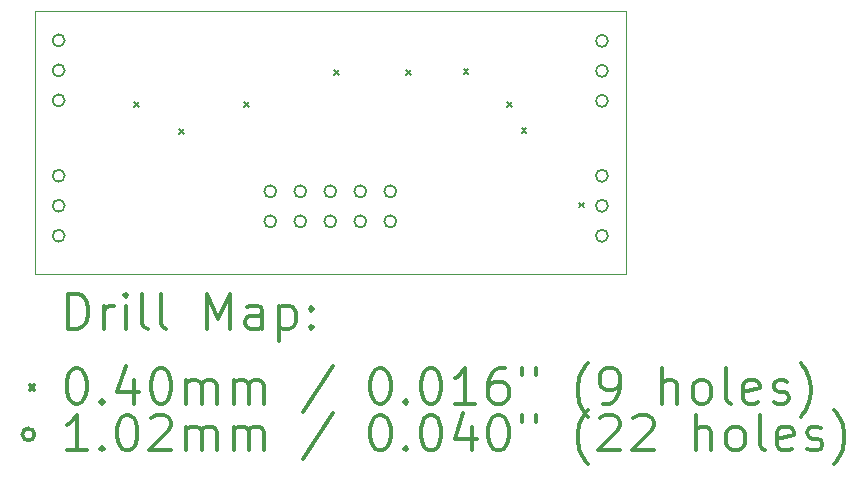
<source format=gbr>
%FSLAX45Y45*%
G04 Gerber Fmt 4.5, Leading zero omitted, Abs format (unit mm)*
G04 Created by KiCad (PCBNEW (5.1.8)-1) date 2021-08-08 18:21:08*
%MOMM*%
%LPD*%
G01*
G04 APERTURE LIST*
%TA.AperFunction,Profile*%
%ADD10C,0.100000*%
%TD*%
%ADD11C,0.200000*%
%ADD12C,0.300000*%
G04 APERTURE END LIST*
D10*
X14750000Y-6220000D02*
X14750000Y-6200000D01*
X9750000Y-6220000D02*
X9750000Y-6200000D01*
X14750000Y-4000000D02*
X9750000Y-4000000D01*
X14750000Y-6200000D02*
X14750000Y-4000000D01*
X9750000Y-6220000D02*
X14750000Y-6220000D01*
X9750000Y-4000000D02*
X9750000Y-6200000D01*
D11*
X10590000Y-4770000D02*
X10630000Y-4810000D01*
X10630000Y-4770000D02*
X10590000Y-4810000D01*
X10970500Y-4996000D02*
X11010500Y-5036000D01*
X11010500Y-4996000D02*
X10970500Y-5036000D01*
X11520000Y-4770000D02*
X11560000Y-4810000D01*
X11560000Y-4770000D02*
X11520000Y-4810000D01*
X12280000Y-4499000D02*
X12320000Y-4539000D01*
X12320000Y-4499000D02*
X12280000Y-4539000D01*
X12890000Y-4499000D02*
X12930000Y-4539000D01*
X12930000Y-4499000D02*
X12890000Y-4539000D01*
X13380000Y-4490000D02*
X13420000Y-4530000D01*
X13420000Y-4490000D02*
X13380000Y-4530000D01*
X13750000Y-4770000D02*
X13790000Y-4810000D01*
X13790000Y-4770000D02*
X13750000Y-4810000D01*
X13870000Y-4990000D02*
X13910000Y-5030000D01*
X13910000Y-4990000D02*
X13870000Y-5030000D01*
X14360000Y-5620000D02*
X14400000Y-5660000D01*
X14400000Y-5620000D02*
X14360000Y-5660000D01*
X14600800Y-5392000D02*
G75*
G03*
X14600800Y-5392000I-50800J0D01*
G01*
X14600800Y-5646000D02*
G75*
G03*
X14600800Y-5646000I-50800J0D01*
G01*
X14600800Y-5900000D02*
G75*
G03*
X14600800Y-5900000I-50800J0D01*
G01*
X11792800Y-5524000D02*
G75*
G03*
X11792800Y-5524000I-50800J0D01*
G01*
X11792800Y-5778000D02*
G75*
G03*
X11792800Y-5778000I-50800J0D01*
G01*
X12046800Y-5524000D02*
G75*
G03*
X12046800Y-5524000I-50800J0D01*
G01*
X12046800Y-5778000D02*
G75*
G03*
X12046800Y-5778000I-50800J0D01*
G01*
X12300800Y-5524000D02*
G75*
G03*
X12300800Y-5524000I-50800J0D01*
G01*
X12300800Y-5778000D02*
G75*
G03*
X12300800Y-5778000I-50800J0D01*
G01*
X12554800Y-5524000D02*
G75*
G03*
X12554800Y-5524000I-50800J0D01*
G01*
X12554800Y-5778000D02*
G75*
G03*
X12554800Y-5778000I-50800J0D01*
G01*
X12808800Y-5524000D02*
G75*
G03*
X12808800Y-5524000I-50800J0D01*
G01*
X12808800Y-5778000D02*
G75*
G03*
X12808800Y-5778000I-50800J0D01*
G01*
X14600800Y-4250000D02*
G75*
G03*
X14600800Y-4250000I-50800J0D01*
G01*
X14600800Y-4504000D02*
G75*
G03*
X14600800Y-4504000I-50800J0D01*
G01*
X14600800Y-4758000D02*
G75*
G03*
X14600800Y-4758000I-50800J0D01*
G01*
X10000800Y-4246000D02*
G75*
G03*
X10000800Y-4246000I-50800J0D01*
G01*
X10000800Y-4500000D02*
G75*
G03*
X10000800Y-4500000I-50800J0D01*
G01*
X10000800Y-4754000D02*
G75*
G03*
X10000800Y-4754000I-50800J0D01*
G01*
X10000800Y-5392000D02*
G75*
G03*
X10000800Y-5392000I-50800J0D01*
G01*
X10000800Y-5646000D02*
G75*
G03*
X10000800Y-5646000I-50800J0D01*
G01*
X10000800Y-5900000D02*
G75*
G03*
X10000800Y-5900000I-50800J0D01*
G01*
D12*
X10031428Y-6690714D02*
X10031428Y-6390714D01*
X10102857Y-6390714D01*
X10145714Y-6405000D01*
X10174286Y-6433571D01*
X10188571Y-6462143D01*
X10202857Y-6519286D01*
X10202857Y-6562143D01*
X10188571Y-6619286D01*
X10174286Y-6647857D01*
X10145714Y-6676429D01*
X10102857Y-6690714D01*
X10031428Y-6690714D01*
X10331428Y-6690714D02*
X10331428Y-6490714D01*
X10331428Y-6547857D02*
X10345714Y-6519286D01*
X10360000Y-6505000D01*
X10388571Y-6490714D01*
X10417143Y-6490714D01*
X10517143Y-6690714D02*
X10517143Y-6490714D01*
X10517143Y-6390714D02*
X10502857Y-6405000D01*
X10517143Y-6419286D01*
X10531428Y-6405000D01*
X10517143Y-6390714D01*
X10517143Y-6419286D01*
X10702857Y-6690714D02*
X10674286Y-6676429D01*
X10660000Y-6647857D01*
X10660000Y-6390714D01*
X10860000Y-6690714D02*
X10831428Y-6676429D01*
X10817143Y-6647857D01*
X10817143Y-6390714D01*
X11202857Y-6690714D02*
X11202857Y-6390714D01*
X11302857Y-6605000D01*
X11402857Y-6390714D01*
X11402857Y-6690714D01*
X11674286Y-6690714D02*
X11674286Y-6533571D01*
X11660000Y-6505000D01*
X11631428Y-6490714D01*
X11574286Y-6490714D01*
X11545714Y-6505000D01*
X11674286Y-6676429D02*
X11645714Y-6690714D01*
X11574286Y-6690714D01*
X11545714Y-6676429D01*
X11531428Y-6647857D01*
X11531428Y-6619286D01*
X11545714Y-6590714D01*
X11574286Y-6576429D01*
X11645714Y-6576429D01*
X11674286Y-6562143D01*
X11817143Y-6490714D02*
X11817143Y-6790714D01*
X11817143Y-6505000D02*
X11845714Y-6490714D01*
X11902857Y-6490714D01*
X11931428Y-6505000D01*
X11945714Y-6519286D01*
X11960000Y-6547857D01*
X11960000Y-6633571D01*
X11945714Y-6662143D01*
X11931428Y-6676429D01*
X11902857Y-6690714D01*
X11845714Y-6690714D01*
X11817143Y-6676429D01*
X12088571Y-6662143D02*
X12102857Y-6676429D01*
X12088571Y-6690714D01*
X12074286Y-6676429D01*
X12088571Y-6662143D01*
X12088571Y-6690714D01*
X12088571Y-6505000D02*
X12102857Y-6519286D01*
X12088571Y-6533571D01*
X12074286Y-6519286D01*
X12088571Y-6505000D01*
X12088571Y-6533571D01*
X9705000Y-7165000D02*
X9745000Y-7205000D01*
X9745000Y-7165000D02*
X9705000Y-7205000D01*
X10088571Y-7020714D02*
X10117143Y-7020714D01*
X10145714Y-7035000D01*
X10160000Y-7049286D01*
X10174286Y-7077857D01*
X10188571Y-7135000D01*
X10188571Y-7206429D01*
X10174286Y-7263571D01*
X10160000Y-7292143D01*
X10145714Y-7306429D01*
X10117143Y-7320714D01*
X10088571Y-7320714D01*
X10060000Y-7306429D01*
X10045714Y-7292143D01*
X10031428Y-7263571D01*
X10017143Y-7206429D01*
X10017143Y-7135000D01*
X10031428Y-7077857D01*
X10045714Y-7049286D01*
X10060000Y-7035000D01*
X10088571Y-7020714D01*
X10317143Y-7292143D02*
X10331428Y-7306429D01*
X10317143Y-7320714D01*
X10302857Y-7306429D01*
X10317143Y-7292143D01*
X10317143Y-7320714D01*
X10588571Y-7120714D02*
X10588571Y-7320714D01*
X10517143Y-7006429D02*
X10445714Y-7220714D01*
X10631428Y-7220714D01*
X10802857Y-7020714D02*
X10831428Y-7020714D01*
X10860000Y-7035000D01*
X10874286Y-7049286D01*
X10888571Y-7077857D01*
X10902857Y-7135000D01*
X10902857Y-7206429D01*
X10888571Y-7263571D01*
X10874286Y-7292143D01*
X10860000Y-7306429D01*
X10831428Y-7320714D01*
X10802857Y-7320714D01*
X10774286Y-7306429D01*
X10760000Y-7292143D01*
X10745714Y-7263571D01*
X10731428Y-7206429D01*
X10731428Y-7135000D01*
X10745714Y-7077857D01*
X10760000Y-7049286D01*
X10774286Y-7035000D01*
X10802857Y-7020714D01*
X11031428Y-7320714D02*
X11031428Y-7120714D01*
X11031428Y-7149286D02*
X11045714Y-7135000D01*
X11074286Y-7120714D01*
X11117143Y-7120714D01*
X11145714Y-7135000D01*
X11160000Y-7163571D01*
X11160000Y-7320714D01*
X11160000Y-7163571D02*
X11174286Y-7135000D01*
X11202857Y-7120714D01*
X11245714Y-7120714D01*
X11274286Y-7135000D01*
X11288571Y-7163571D01*
X11288571Y-7320714D01*
X11431428Y-7320714D02*
X11431428Y-7120714D01*
X11431428Y-7149286D02*
X11445714Y-7135000D01*
X11474286Y-7120714D01*
X11517143Y-7120714D01*
X11545714Y-7135000D01*
X11560000Y-7163571D01*
X11560000Y-7320714D01*
X11560000Y-7163571D02*
X11574286Y-7135000D01*
X11602857Y-7120714D01*
X11645714Y-7120714D01*
X11674286Y-7135000D01*
X11688571Y-7163571D01*
X11688571Y-7320714D01*
X12274286Y-7006429D02*
X12017143Y-7392143D01*
X12660000Y-7020714D02*
X12688571Y-7020714D01*
X12717143Y-7035000D01*
X12731428Y-7049286D01*
X12745714Y-7077857D01*
X12760000Y-7135000D01*
X12760000Y-7206429D01*
X12745714Y-7263571D01*
X12731428Y-7292143D01*
X12717143Y-7306429D01*
X12688571Y-7320714D01*
X12660000Y-7320714D01*
X12631428Y-7306429D01*
X12617143Y-7292143D01*
X12602857Y-7263571D01*
X12588571Y-7206429D01*
X12588571Y-7135000D01*
X12602857Y-7077857D01*
X12617143Y-7049286D01*
X12631428Y-7035000D01*
X12660000Y-7020714D01*
X12888571Y-7292143D02*
X12902857Y-7306429D01*
X12888571Y-7320714D01*
X12874286Y-7306429D01*
X12888571Y-7292143D01*
X12888571Y-7320714D01*
X13088571Y-7020714D02*
X13117143Y-7020714D01*
X13145714Y-7035000D01*
X13160000Y-7049286D01*
X13174286Y-7077857D01*
X13188571Y-7135000D01*
X13188571Y-7206429D01*
X13174286Y-7263571D01*
X13160000Y-7292143D01*
X13145714Y-7306429D01*
X13117143Y-7320714D01*
X13088571Y-7320714D01*
X13060000Y-7306429D01*
X13045714Y-7292143D01*
X13031428Y-7263571D01*
X13017143Y-7206429D01*
X13017143Y-7135000D01*
X13031428Y-7077857D01*
X13045714Y-7049286D01*
X13060000Y-7035000D01*
X13088571Y-7020714D01*
X13474286Y-7320714D02*
X13302857Y-7320714D01*
X13388571Y-7320714D02*
X13388571Y-7020714D01*
X13360000Y-7063571D01*
X13331428Y-7092143D01*
X13302857Y-7106429D01*
X13731428Y-7020714D02*
X13674286Y-7020714D01*
X13645714Y-7035000D01*
X13631428Y-7049286D01*
X13602857Y-7092143D01*
X13588571Y-7149286D01*
X13588571Y-7263571D01*
X13602857Y-7292143D01*
X13617143Y-7306429D01*
X13645714Y-7320714D01*
X13702857Y-7320714D01*
X13731428Y-7306429D01*
X13745714Y-7292143D01*
X13760000Y-7263571D01*
X13760000Y-7192143D01*
X13745714Y-7163571D01*
X13731428Y-7149286D01*
X13702857Y-7135000D01*
X13645714Y-7135000D01*
X13617143Y-7149286D01*
X13602857Y-7163571D01*
X13588571Y-7192143D01*
X13874286Y-7020714D02*
X13874286Y-7077857D01*
X13988571Y-7020714D02*
X13988571Y-7077857D01*
X14431428Y-7435000D02*
X14417143Y-7420714D01*
X14388571Y-7377857D01*
X14374286Y-7349286D01*
X14360000Y-7306429D01*
X14345714Y-7235000D01*
X14345714Y-7177857D01*
X14360000Y-7106429D01*
X14374286Y-7063571D01*
X14388571Y-7035000D01*
X14417143Y-6992143D01*
X14431428Y-6977857D01*
X14560000Y-7320714D02*
X14617143Y-7320714D01*
X14645714Y-7306429D01*
X14660000Y-7292143D01*
X14688571Y-7249286D01*
X14702857Y-7192143D01*
X14702857Y-7077857D01*
X14688571Y-7049286D01*
X14674286Y-7035000D01*
X14645714Y-7020714D01*
X14588571Y-7020714D01*
X14560000Y-7035000D01*
X14545714Y-7049286D01*
X14531428Y-7077857D01*
X14531428Y-7149286D01*
X14545714Y-7177857D01*
X14560000Y-7192143D01*
X14588571Y-7206429D01*
X14645714Y-7206429D01*
X14674286Y-7192143D01*
X14688571Y-7177857D01*
X14702857Y-7149286D01*
X15060000Y-7320714D02*
X15060000Y-7020714D01*
X15188571Y-7320714D02*
X15188571Y-7163571D01*
X15174286Y-7135000D01*
X15145714Y-7120714D01*
X15102857Y-7120714D01*
X15074286Y-7135000D01*
X15060000Y-7149286D01*
X15374286Y-7320714D02*
X15345714Y-7306429D01*
X15331428Y-7292143D01*
X15317143Y-7263571D01*
X15317143Y-7177857D01*
X15331428Y-7149286D01*
X15345714Y-7135000D01*
X15374286Y-7120714D01*
X15417143Y-7120714D01*
X15445714Y-7135000D01*
X15460000Y-7149286D01*
X15474286Y-7177857D01*
X15474286Y-7263571D01*
X15460000Y-7292143D01*
X15445714Y-7306429D01*
X15417143Y-7320714D01*
X15374286Y-7320714D01*
X15645714Y-7320714D02*
X15617143Y-7306429D01*
X15602857Y-7277857D01*
X15602857Y-7020714D01*
X15874286Y-7306429D02*
X15845714Y-7320714D01*
X15788571Y-7320714D01*
X15760000Y-7306429D01*
X15745714Y-7277857D01*
X15745714Y-7163571D01*
X15760000Y-7135000D01*
X15788571Y-7120714D01*
X15845714Y-7120714D01*
X15874286Y-7135000D01*
X15888571Y-7163571D01*
X15888571Y-7192143D01*
X15745714Y-7220714D01*
X16002857Y-7306429D02*
X16031428Y-7320714D01*
X16088571Y-7320714D01*
X16117143Y-7306429D01*
X16131428Y-7277857D01*
X16131428Y-7263571D01*
X16117143Y-7235000D01*
X16088571Y-7220714D01*
X16045714Y-7220714D01*
X16017143Y-7206429D01*
X16002857Y-7177857D01*
X16002857Y-7163571D01*
X16017143Y-7135000D01*
X16045714Y-7120714D01*
X16088571Y-7120714D01*
X16117143Y-7135000D01*
X16231428Y-7435000D02*
X16245714Y-7420714D01*
X16274286Y-7377857D01*
X16288571Y-7349286D01*
X16302857Y-7306429D01*
X16317143Y-7235000D01*
X16317143Y-7177857D01*
X16302857Y-7106429D01*
X16288571Y-7063571D01*
X16274286Y-7035000D01*
X16245714Y-6992143D01*
X16231428Y-6977857D01*
X9745000Y-7581000D02*
G75*
G03*
X9745000Y-7581000I-50800J0D01*
G01*
X10188571Y-7716714D02*
X10017143Y-7716714D01*
X10102857Y-7716714D02*
X10102857Y-7416714D01*
X10074286Y-7459571D01*
X10045714Y-7488143D01*
X10017143Y-7502429D01*
X10317143Y-7688143D02*
X10331428Y-7702429D01*
X10317143Y-7716714D01*
X10302857Y-7702429D01*
X10317143Y-7688143D01*
X10317143Y-7716714D01*
X10517143Y-7416714D02*
X10545714Y-7416714D01*
X10574286Y-7431000D01*
X10588571Y-7445286D01*
X10602857Y-7473857D01*
X10617143Y-7531000D01*
X10617143Y-7602429D01*
X10602857Y-7659571D01*
X10588571Y-7688143D01*
X10574286Y-7702429D01*
X10545714Y-7716714D01*
X10517143Y-7716714D01*
X10488571Y-7702429D01*
X10474286Y-7688143D01*
X10460000Y-7659571D01*
X10445714Y-7602429D01*
X10445714Y-7531000D01*
X10460000Y-7473857D01*
X10474286Y-7445286D01*
X10488571Y-7431000D01*
X10517143Y-7416714D01*
X10731428Y-7445286D02*
X10745714Y-7431000D01*
X10774286Y-7416714D01*
X10845714Y-7416714D01*
X10874286Y-7431000D01*
X10888571Y-7445286D01*
X10902857Y-7473857D01*
X10902857Y-7502429D01*
X10888571Y-7545286D01*
X10717143Y-7716714D01*
X10902857Y-7716714D01*
X11031428Y-7716714D02*
X11031428Y-7516714D01*
X11031428Y-7545286D02*
X11045714Y-7531000D01*
X11074286Y-7516714D01*
X11117143Y-7516714D01*
X11145714Y-7531000D01*
X11160000Y-7559571D01*
X11160000Y-7716714D01*
X11160000Y-7559571D02*
X11174286Y-7531000D01*
X11202857Y-7516714D01*
X11245714Y-7516714D01*
X11274286Y-7531000D01*
X11288571Y-7559571D01*
X11288571Y-7716714D01*
X11431428Y-7716714D02*
X11431428Y-7516714D01*
X11431428Y-7545286D02*
X11445714Y-7531000D01*
X11474286Y-7516714D01*
X11517143Y-7516714D01*
X11545714Y-7531000D01*
X11560000Y-7559571D01*
X11560000Y-7716714D01*
X11560000Y-7559571D02*
X11574286Y-7531000D01*
X11602857Y-7516714D01*
X11645714Y-7516714D01*
X11674286Y-7531000D01*
X11688571Y-7559571D01*
X11688571Y-7716714D01*
X12274286Y-7402429D02*
X12017143Y-7788143D01*
X12660000Y-7416714D02*
X12688571Y-7416714D01*
X12717143Y-7431000D01*
X12731428Y-7445286D01*
X12745714Y-7473857D01*
X12760000Y-7531000D01*
X12760000Y-7602429D01*
X12745714Y-7659571D01*
X12731428Y-7688143D01*
X12717143Y-7702429D01*
X12688571Y-7716714D01*
X12660000Y-7716714D01*
X12631428Y-7702429D01*
X12617143Y-7688143D01*
X12602857Y-7659571D01*
X12588571Y-7602429D01*
X12588571Y-7531000D01*
X12602857Y-7473857D01*
X12617143Y-7445286D01*
X12631428Y-7431000D01*
X12660000Y-7416714D01*
X12888571Y-7688143D02*
X12902857Y-7702429D01*
X12888571Y-7716714D01*
X12874286Y-7702429D01*
X12888571Y-7688143D01*
X12888571Y-7716714D01*
X13088571Y-7416714D02*
X13117143Y-7416714D01*
X13145714Y-7431000D01*
X13160000Y-7445286D01*
X13174286Y-7473857D01*
X13188571Y-7531000D01*
X13188571Y-7602429D01*
X13174286Y-7659571D01*
X13160000Y-7688143D01*
X13145714Y-7702429D01*
X13117143Y-7716714D01*
X13088571Y-7716714D01*
X13060000Y-7702429D01*
X13045714Y-7688143D01*
X13031428Y-7659571D01*
X13017143Y-7602429D01*
X13017143Y-7531000D01*
X13031428Y-7473857D01*
X13045714Y-7445286D01*
X13060000Y-7431000D01*
X13088571Y-7416714D01*
X13445714Y-7516714D02*
X13445714Y-7716714D01*
X13374286Y-7402429D02*
X13302857Y-7616714D01*
X13488571Y-7616714D01*
X13660000Y-7416714D02*
X13688571Y-7416714D01*
X13717143Y-7431000D01*
X13731428Y-7445286D01*
X13745714Y-7473857D01*
X13760000Y-7531000D01*
X13760000Y-7602429D01*
X13745714Y-7659571D01*
X13731428Y-7688143D01*
X13717143Y-7702429D01*
X13688571Y-7716714D01*
X13660000Y-7716714D01*
X13631428Y-7702429D01*
X13617143Y-7688143D01*
X13602857Y-7659571D01*
X13588571Y-7602429D01*
X13588571Y-7531000D01*
X13602857Y-7473857D01*
X13617143Y-7445286D01*
X13631428Y-7431000D01*
X13660000Y-7416714D01*
X13874286Y-7416714D02*
X13874286Y-7473857D01*
X13988571Y-7416714D02*
X13988571Y-7473857D01*
X14431428Y-7831000D02*
X14417143Y-7816714D01*
X14388571Y-7773857D01*
X14374286Y-7745286D01*
X14360000Y-7702429D01*
X14345714Y-7631000D01*
X14345714Y-7573857D01*
X14360000Y-7502429D01*
X14374286Y-7459571D01*
X14388571Y-7431000D01*
X14417143Y-7388143D01*
X14431428Y-7373857D01*
X14531428Y-7445286D02*
X14545714Y-7431000D01*
X14574286Y-7416714D01*
X14645714Y-7416714D01*
X14674286Y-7431000D01*
X14688571Y-7445286D01*
X14702857Y-7473857D01*
X14702857Y-7502429D01*
X14688571Y-7545286D01*
X14517143Y-7716714D01*
X14702857Y-7716714D01*
X14817143Y-7445286D02*
X14831428Y-7431000D01*
X14860000Y-7416714D01*
X14931428Y-7416714D01*
X14960000Y-7431000D01*
X14974286Y-7445286D01*
X14988571Y-7473857D01*
X14988571Y-7502429D01*
X14974286Y-7545286D01*
X14802857Y-7716714D01*
X14988571Y-7716714D01*
X15345714Y-7716714D02*
X15345714Y-7416714D01*
X15474286Y-7716714D02*
X15474286Y-7559571D01*
X15460000Y-7531000D01*
X15431428Y-7516714D01*
X15388571Y-7516714D01*
X15360000Y-7531000D01*
X15345714Y-7545286D01*
X15660000Y-7716714D02*
X15631428Y-7702429D01*
X15617143Y-7688143D01*
X15602857Y-7659571D01*
X15602857Y-7573857D01*
X15617143Y-7545286D01*
X15631428Y-7531000D01*
X15660000Y-7516714D01*
X15702857Y-7516714D01*
X15731428Y-7531000D01*
X15745714Y-7545286D01*
X15760000Y-7573857D01*
X15760000Y-7659571D01*
X15745714Y-7688143D01*
X15731428Y-7702429D01*
X15702857Y-7716714D01*
X15660000Y-7716714D01*
X15931428Y-7716714D02*
X15902857Y-7702429D01*
X15888571Y-7673857D01*
X15888571Y-7416714D01*
X16160000Y-7702429D02*
X16131428Y-7716714D01*
X16074286Y-7716714D01*
X16045714Y-7702429D01*
X16031428Y-7673857D01*
X16031428Y-7559571D01*
X16045714Y-7531000D01*
X16074286Y-7516714D01*
X16131428Y-7516714D01*
X16160000Y-7531000D01*
X16174286Y-7559571D01*
X16174286Y-7588143D01*
X16031428Y-7616714D01*
X16288571Y-7702429D02*
X16317143Y-7716714D01*
X16374286Y-7716714D01*
X16402857Y-7702429D01*
X16417143Y-7673857D01*
X16417143Y-7659571D01*
X16402857Y-7631000D01*
X16374286Y-7616714D01*
X16331428Y-7616714D01*
X16302857Y-7602429D01*
X16288571Y-7573857D01*
X16288571Y-7559571D01*
X16302857Y-7531000D01*
X16331428Y-7516714D01*
X16374286Y-7516714D01*
X16402857Y-7531000D01*
X16517143Y-7831000D02*
X16531428Y-7816714D01*
X16560000Y-7773857D01*
X16574286Y-7745286D01*
X16588571Y-7702429D01*
X16602857Y-7631000D01*
X16602857Y-7573857D01*
X16588571Y-7502429D01*
X16574286Y-7459571D01*
X16560000Y-7431000D01*
X16531428Y-7388143D01*
X16517143Y-7373857D01*
M02*

</source>
